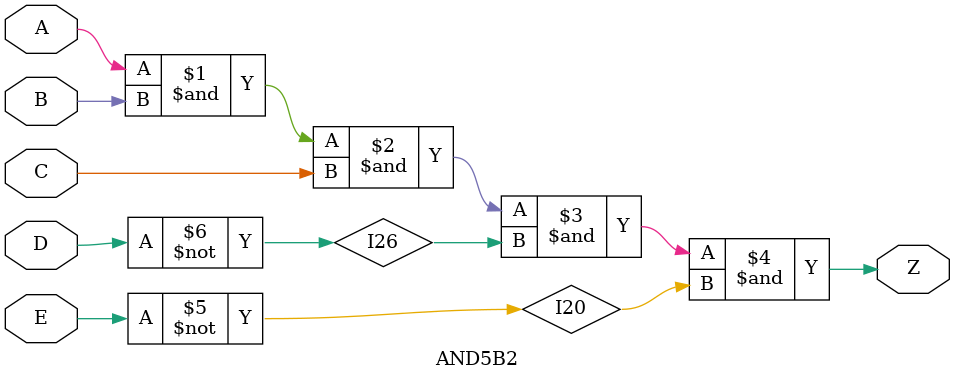
<source format=v>
`resetall
`timescale 1 ns / 100 ps

/* Created by DB2VERILOG Version 1.0.1.1 on Mon May 16 13:53:40 1994 */
/* module compiled from "lsl2db 3.6.4" run */


`celldefine
module  AND5B2  (A, B, C, D, E, Z);
input  A, B, C, D, E;
output Z;
and INST2 (Z, A, B, C, I26, I20);
not INST21 (I20, E);
not INST28 (I26, D);

endmodule 
`endcelldefine

</source>
